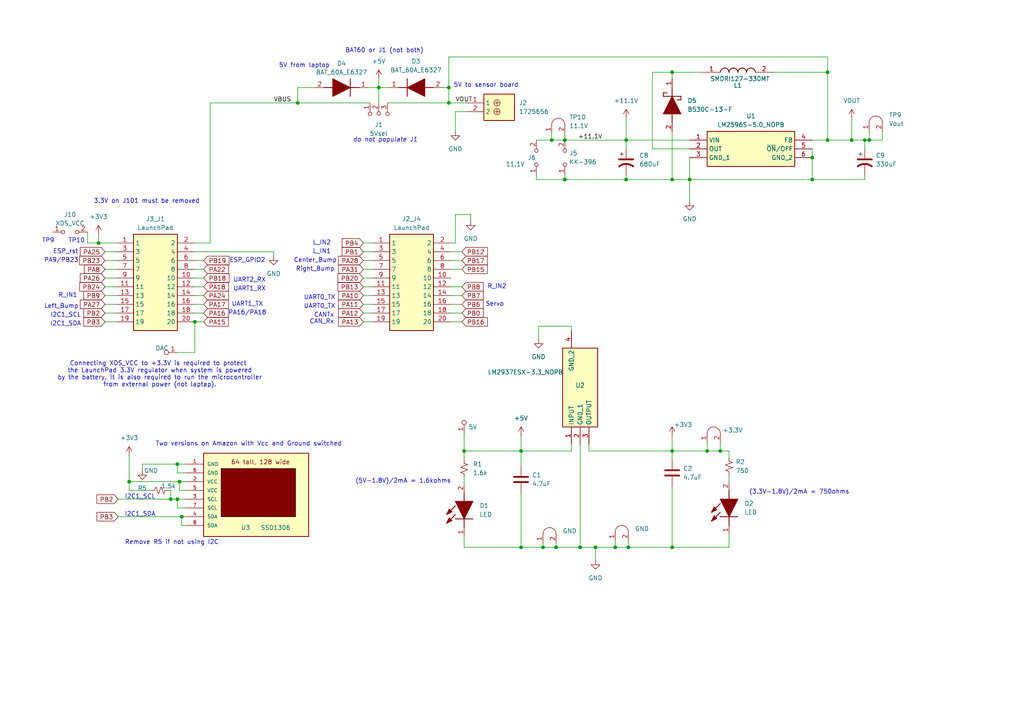
<source format=kicad_sch>
(kicad_sch (version 20250114) (generator "eeschema") (generator_version "9.0")
  (paper "A4")
  (title_block (title "ECE445M Motor Board") (date "2025-12-23") (rev "v7") (company "The University of Texas at Austin") (comment 1 "Jonathan Valvano"))
  (lib_symbols
    (symbol "ECE319K:Testpoint" (pin_names (offset 0) (hide yes))
      (property "Reference" "TP" (at 0 2.794 0))
      (property "Value" "TP" (at 0 -2.286 0))
      (symbol "Testpoint_0_1"
        (arc (start 0.0001 4.4451) (mid 1.3471 3.8871) (end 1.9051 2.5401))
        (arc (start -1.905 2.54) (mid -1.347 3.887) (end 0 4.445))
      )
      (symbol "Testpoint_1_1"
        (pin passive line (at -1.905 0 90) (length 2.54) (name "A") (number "1"))
        (pin passive line (at 1.905 0 90) (length 2.54) (name "B") (number "2"))
      )
    )
    (symbol "ECE445L:1725656"
      (property "Reference" "J" (at 16.51 7.62 0))
      (property "Value" "1725656" (at 16.51 5.08 0))
      (symbol "1725656_0_1"
        (polyline (pts (xy 8.255 0) (xy 9.525 0)))
        (polyline (pts (xy 8.255 -2.54) (xy 9.525 -2.54)))
        (polyline (pts (xy 8.89 0.635) (xy 8.89 -0.635)))
        (circle (center 8.89 0) (radius 0.898))
        (polyline (pts (xy 8.89 -1.905) (xy 8.89 -3.175)))
        (circle (center 8.89 -2.54) (radius 0.898))
      )
      (symbol "1725656_1_1"
        (rectangle (start 5.08 2.54) (end 13.97 -5.08) (stroke (width 0.254)) (fill (type background)))
        (pin passive line (at 0 0 0) (length 5.08) (name "1") (number "1"))
        (pin passive line (at 0 -2.54 0) (length 5.08) (name "2") (number "2"))
      )
    )
    (symbol "ECE445L:APTD1608LSECK_J3-PF" (pin_names (hide yes))
      (property "Reference" "LED" (at 12.7 8.89 0))
      (property "Value" "APTD1608LSECK_J3-PF" (at 12.7 6.35 0))
      (symbol "APTD1608LSECK_J3-PF_1_1"
        (polyline (pts (xy 2.54 0) (xy 5.08 0)) (stroke (width 0.254)))
        (polyline (pts (xy 5.08 2.54) (xy 5.08 -2.54)) (stroke (width 0.254)))
        (polyline (pts (xy 5.08 0) (xy 10.16 2.54) (xy 10.16 -2.54) (xy 5.08 0)) (stroke (width 0.254)) (fill (type outline)))
        (polyline (pts (xy 5.334 4.318) (xy 4.572 3.556) (xy 3.81 5.08) (xy 5.334 4.318)) (stroke (width 0.254)) (fill (type outline)))
        (polyline (pts (xy 6.35 2.54) (xy 3.81 5.08)) (stroke (width 0.254)))
        (polyline (pts (xy 7.874 4.318) (xy 7.112 3.556) (xy 6.35 5.08) (xy 7.874 4.318)) (stroke (width 0.254)) (fill (type outline)))
        (polyline (pts (xy 8.89 2.54) (xy 6.35 5.08)) (stroke (width 0.254)))
        (polyline (pts (xy 10.16 0) (xy 12.7 0)) (stroke (width 0.254)))
        (pin passive line (at 0 0 0) (length 2.54) (name "K") (number "1"))
        (pin passive line (at 15.24 0 180) (length 2.54) (name "A") (number "2"))
      )
    )
    (symbol "ECE445L:B530C-13-F" (pin_names (hide yes))
      (property "Reference" "D" (at 12.7 8.89 0))
      (property "Value" "B530C-13-F" (at 12.7 6.35 0))
      (symbol "B530C-13-F_1_1"
        (polyline (pts (xy 5.08 0) (xy 7.62 0)) (stroke (width 0.254)))
        (polyline (pts (xy 6.604 -1.524) (xy 6.604 -2.54)) (stroke (width 0.254)))
        (polyline (pts (xy 7.62 2.54) (xy 7.62 -2.54)) (stroke (width 0.254)))
        (polyline (pts (xy 7.62 2.54) (xy 8.636 2.54)) (stroke (width 0.254)))
        (polyline (pts (xy 7.62 0) (xy 12.7 2.54) (xy 12.7 -2.54) (xy 7.62 0)) (stroke (width 0.254)) (fill (type outline)))
        (polyline (pts (xy 7.62 -2.54) (xy 6.604 -2.54)) (stroke (width 0.254)))
        (polyline (pts (xy 8.636 1.524) (xy 8.636 2.54)) (stroke (width 0.254)))
        (polyline (pts (xy 12.7 0) (xy 15.24 0)) (stroke (width 0.254)))
        (pin passive line (at 2.54 0 0) (length 2.54) (name "K") (number "1"))
        (pin passive line (at 17.78 0 180) (length 2.54) (name "A") (number "2"))
      )
    )
    (symbol "ECE445L:BAT_60A_E6327" (pin_names (hide yes))
      (property "Reference" "D" (at 11.43 5.08 0))
      (property "Value" "BAT_60A_E6327" (at 11.43 2.54 0))
      (symbol "BAT_60A_E6327_1_1"
        (polyline (pts (xy 2.54 0) (xy 5.08 0)) (stroke (width 0.254)))
        (polyline (pts (xy 5.08 2.54) (xy 5.08 -2.54)) (stroke (width 0.254)))
        (polyline (pts (xy 5.08 0) (xy 10.16 2.54) (xy 10.16 -2.54) (xy 5.08 0)) (stroke (width 0.254)) (fill (type outline)))
        (polyline (pts (xy 10.16 0) (xy 12.7 0)) (stroke (width 0.254)))
        (pin bidirectional line (at 0 0 0) (length 2.54) (name "K") (number "1"))
        (pin bidirectional line (at 15.24 0 180) (length 2.54) (name "A") (number "2"))
      )
    )
    (symbol "ECE445L:C_0805" (pin_numbers (hide yes)) (pin_names (offset 0.254))
      (property "Reference" "C" (at 0.635 2.54 0))
      (property "Value" "C_0805" (at 0.635 -2.54 0))
      (symbol "C_0805_0_1"
        (polyline (pts (xy -2.032 0.762) (xy 2.032 0.762)) (stroke (width 0.508)))
        (polyline (pts (xy -2.032 -0.762) (xy 2.032 -0.762)) (stroke (width 0.508)))
      )
      (symbol "C_0805_1_1"
        (pin passive line (at 0 3.81 270) (length 2.794) (name "~") (number "1"))
        (pin passive line (at 0 -3.81 90) (length 2.794) (name "~") (number "2"))
      )
    )
    (symbol "ECE445L:C_Electrolytic_330uF" (pin_numbers (hide yes)) (pin_names (offset 0.254) (hide yes))
      (property "Reference" "C" (at 0.635 2.54 0))
      (property "Value" "330uF" (at 0.635 -2.54 0))
      (symbol "C_Electrolytic_330uF_0_1"
        (polyline (pts (xy -2.032 0.762) (xy 2.032 0.762)) (stroke (width 0.508)))
        (polyline (pts (xy -1.778 2.286) (xy -0.762 2.286)))
        (polyline (pts (xy -1.27 1.778) (xy -1.27 2.794)))
        (arc (start -2.032 -1.27) (mid 0 -0.5572) (end 2.032 -1.27) (stroke (width 0.508)))
      )
      (symbol "C_Electrolytic_330uF_1_1"
        (pin passive line (at 0 3.81 270) (length 2.794) (name "~") (number "1"))
        (pin passive line (at 0 -3.81 90) (length 3.302) (name "~") (number "2"))
      )
    )
    (symbol "ECE445L:C_Electrolytic_680uF" (pin_numbers (hide yes)) (pin_names (offset 0.254) (hide yes))
      (property "Reference" "C" (at 0.635 2.54 0))
      (property "Value" "680uF" (at 0.635 -2.54 0))
      (symbol "C_Electrolytic_680uF_0_1"
        (polyline (pts (xy -2.032 0.762) (xy 2.032 0.762)) (stroke (width 0.508)))
        (polyline (pts (xy -1.778 2.286) (xy -0.762 2.286)))
        (polyline (pts (xy -1.27 1.778) (xy -1.27 2.794)))
        (arc (start -2.032 -1.27) (mid 0 -0.5572) (end 2.032 -1.27) (stroke (width 0.508)))
      )
      (symbol "C_Electrolytic_680uF_1_1"
        (pin passive line (at 0 3.81 270) (length 2.794) (name "~") (number "1"))
        (pin passive line (at 0 -3.81 90) (length 3.302) (name "~") (number "2"))
      )
    )
    (symbol "ECE445L:Header_2" (pin_names (offset 0) (hide yes))
      (property "Reference" "J" (at 0 2.794 0))
      (property "Value" "Header2" (at 0 -2.286 0))
      (symbol "Header_2_0_0"
        (circle (center -2.032 0) (radius 0.508))
        (circle (center 2.032 0) (radius 0.508))
      )
      (symbol "Header_2_1_1"
        (pin passive line (at -5.08 0 0) (length 2.54) (name "A") (number "1"))
        (pin passive line (at 5.08 0 180) (length 2.54) (name "B") (number "2"))
      )
    )
    (symbol "ECE445L:Header_3" (pin_names (offset 0) (hide yes))
      (property "Reference" "J" (at 0 2.794 0))
      (property "Value" "Header3" (at 0.635 -4.445 0))
      (symbol "Header_3_0_0"
        (circle (center 1.905 2.54) (radius 0.508))
      )
      (symbol "Header_3_1_0"
        (circle (center 1.905 -2.54) (radius 0.508))
        (circle (center 2.032 0) (radius 0.508))
      )
      (symbol "Header_3_1_1"
        (pin passive line (at 5.08 2.54 180) (length 2.54) (name "A") (number "1"))
        (pin passive line (at 5.08 0 180) (length 2.54) (name "B") (number "2"))
        (pin passive line (at 5.08 -2.54 180) (length 2.54) (name "C") (number "3"))
      )
    )
    (symbol "ECE445L:KK_396_2pin_hori" (pin_names (offset 0) (hide yes))
      (property "Reference" "J" (at 0 2.794 0))
      (property "Value" "KK-396" (at 0 -2.286 0))
      (symbol "KK_396_2pin_hori_0_0"
        (circle (center -2.032 0) (radius 0.508))
        (circle (center 2.032 0) (radius 0.508))
      )
      (symbol "KK_396_2pin_hori_1_1"
        (pin passive line (at -5.08 0 0) (length 2.54) (name "A") (number "1"))
        (pin passive line (at 5.08 0 180) (length 2.54) (name "B") (number "2"))
      )
    )
    (symbol "ECE445L:LM2596S-5.0_NOPB"
      (property "Reference" "IC" (at 31.75 7.62 0))
      (property "Value" "LM2596S-5.0_NOPB" (at 31.75 5.08 0))
      (symbol "LM2596S-5.0_NOPB_1_1"
        (rectangle (start 5.08 2.54) (end 30.48 -7.62) (stroke (width 0.254)) (fill (type background)))
        (pin passive line (at 0 0 0) (length 5.08) (name "VIN") (number "1"))
        (pin passive line (at 0 -2.54 0) (length 5.08) (name "OUT") (number "2"))
        (pin passive line (at 0 -5.08 0) (length 5.08) (name "GND_1") (number "3"))
        (pin passive line (at 35.56 0 180) (length 5.08) (name "FB") (number "4"))
        (pin passive line (at 35.56 -2.54 180) (length 5.08) (name "~{ON}/OFF") (number "5"))
        (pin passive line (at 35.56 -5.08 180) (length 5.08) (name "GND_2") (number "6"))
      )
    )
    (symbol "ECE445L:LM2937IMP-3.3_NOPB"
      (property "Reference" "IC" (at 29.21 7.62 0))
      (property "Value" "LM2937IMP-3.3_NOPB" (at 29.21 5.08 0))
      (symbol "LM2937IMP-3.3_NOPB_1_1"
        (rectangle (start 5.08 2.54) (end 27.94 -7.62) (stroke (width 0.254)) (fill (type background)))
        (pin passive line (at 0 0 0) (length 5.08) (name "INPUT") (number "1"))
        (pin passive line (at 0 -2.54 0) (length 5.08) (name "GND_1") (number "2"))
        (pin passive line (at 0 -5.08 0) (length 5.08) (name "OUTPUT") (number "3"))
        (pin passive line (at 33.02 0 180) (length 5.08) (name "GND_2") (number "4"))
      )
    )
    (symbol "ECE445L:LaunchPad"
      (property "Reference" "J" (at 19.05 7.62 0))
      (property "Value" "LaunchPad" (at 19.05 5.08 0))
      (symbol "LaunchPad_1_1"
        (rectangle (start 5.08 2.54) (end 17.78 -25.4) (stroke (width 0.254)) (fill (type background)))
        (pin passive line (at 0 0 0) (length 5.08) (name "1") (number "1"))
        (pin passive line (at 0 -2.54 0) (length 5.08) (name "3") (number "3"))
        (pin passive line (at 0 -5.08 0) (length 5.08) (name "5") (number "5"))
        (pin passive line (at 0 -7.62 0) (length 5.08) (name "7") (number "7"))
        (pin passive line (at 0 -10.16 0) (length 5.08) (name "9") (number "9"))
        (pin passive line (at 0 -12.7 0) (length 5.08) (name "11") (number "11"))
        (pin passive line (at 0 -15.24 0) (length 5.08) (name "13") (number "13"))
        (pin passive line (at 0 -17.78 0) (length 5.08) (name "15") (number "15"))
        (pin passive line (at 0 -20.32 0) (length 5.08) (name "17") (number "17"))
        (pin passive line (at 0 -22.86 0) (length 5.08) (name "19") (number "19"))
        (pin passive line (at 22.86 0 180) (length 5.08) (name "2") (number "2"))
        (pin passive line (at 22.86 -2.54 180) (length 5.08) (name "4") (number "4"))
        (pin passive line (at 22.86 -5.08 180) (length 5.08) (name "6") (number "6"))
        (pin passive line (at 22.86 -7.62 180) (length 5.08) (name "8") (number "8"))
        (pin passive line (at 22.86 -10.16 180) (length 5.08) (name "10") (number "10"))
        (pin passive line (at 22.86 -12.7 180) (length 5.08) (name "12") (number "12"))
        (pin passive line (at 22.86 -15.24 180) (length 5.08) (name "14") (number "14"))
        (pin passive line (at 22.86 -17.78 180) (length 5.08) (name "16") (number "16"))
        (pin passive line (at 22.86 -20.32 180) (length 5.08) (name "18") (number "18"))
        (pin passive line (at 22.86 -22.86 180) (length 5.08) (name "20") (number "20"))
      )
    )
    (symbol "ECE445L:R_0603" (pin_numbers (hide yes)) (pin_names (offset 0.254) (hide yes))
      (property "Reference" "R" (at 0.762 0.508 0))
      (property "Value" "R_0603" (at 0.762 -1.016 0))
      (symbol "R_0603_1_1"
        (polyline (pts (xy 0 1.524) (xy 1.016 1.143) (xy 0 0.762) (xy -1.016 0.381) (xy 0 0)))
        (polyline (pts (xy 0 0) (xy 1.016 -0.381) (xy 0 -0.762) (xy -1.016 -1.143) (xy 0 -1.524)))
        (pin passive line (at 0 2.54 270) (length 1.016) (name "~") (number "1"))
        (pin passive line (at 0 -2.54 90) (length 1.016) (name "~") (number "2"))
      )
    )
    (symbol "ECE445L:SMDRI127-330MT" (pin_names (hide yes))
      (property "Reference" "L" (at 16.51 6.35 0))
      (property "Value" "SMDRI127-330MT" (at 16.51 3.81 0))
      (symbol "SMDRI127-330MT_1_1"
        (arc (start 5.08 0) (mid 6.35 1.219) (end 7.62 0) (stroke (width 0.254)))
        (arc (start 7.62 0) (mid 8.89 1.219) (end 10.16 0) (stroke (width 0.254)))
        (arc (start 10.16 0) (mid 11.43 1.219) (end 12.7 0) (stroke (width 0.254)))
        (arc (start 12.7 0) (mid 13.97 1.219) (end 15.24 0) (stroke (width 0.254)))
        (pin passive line (at 0 0 0) (length 5.08) (name "1") (number "1"))
        (pin passive line (at 20.32 0 180) (length 5.08) (name "2") (number "2"))
      )
    )
    (symbol "ECE445L:Testpoint" (pin_names (offset 0) (hide yes))
      (property "Reference" "TP" (at 0 2.794 0))
      (property "Value" "TP" (at 0 -2.286 0))
      (symbol "Testpoint_0_1"
        (arc (start 0.0001 4.4451) (mid 1.3471 3.8871) (end 1.9051 2.5401))
        (arc (start -1.905 2.54) (mid -1.347 3.887) (end 0 4.445))
      )
      (symbol "Testpoint_1_1"
        (pin passive line (at -1.905 0 90) (length 2.54) (name "A") (number "1"))
        (pin passive line (at 1.905 0 90) (length 2.54) (name "B") (number "2"))
      )
    )
    (symbol "ECE445L:Testpoint_1" (pin_names (offset 0) (hide yes))
      (property "Reference" "TP" (at 0 2.794 0))
      (property "Value" "TP" (at 0 -2.286 0))
      (symbol "Testpoint_1_0_1"
        (circle (center -1.905 3.175) (radius 0.635))
      )
      (symbol "Testpoint_1_1_1"
        (pin passive line (at -1.905 0 90) (length 2.54) (name "A") (number "1"))
      )
    )
    (symbol "RSLK2:SSD1306" (pin_names (offset 1.016))
      (property "Reference" "U?" (at -15.24 16.002 0))
      (property "Value" "SSD1306" (at -9.525 -6.985 0))
      (symbol "SSD1306_0_0"
        (rectangle (start -15.24 15.24) (end 15.24 -8.89) (stroke (width 0.254)) (fill (type background)))
      )
      (symbol "SSD1306_1_0"
        (pin power_in line (at -20.32 12.065 0) (length 5.08) (name "GND") (number "1"))
        (pin power_in line (at -20.32 9.525 0) (length 5.08) (name "GND") (number "6"))
        (pin power_in line (at -20.32 6.985 0) (length 5.08) (name "VCC") (number "2"))
        (pin power_in line (at -20.32 4.445 0) (length 5.08) (name "VCC") (number "5"))
        (pin input line (at -20.32 1.905 0) (length 5.08) (name "SCL") (number "3"))
        (pin input line (at -20.32 -0.635 0) (length 5.08) (name "SCL") (number "7"))
        (pin input line (at -20.32 -3.175 0) (length 5.08) (name "SDA") (number "4"))
        (pin input line (at -20.32 -5.715 0) (length 5.08) (name "SDA") (number "8"))
      )
      (symbol "SSD1306_1_1"
        (rectangle (start -10.16 10.795) (end 11.43 -3.175) (stroke (width 0) (color 0 0 0 1)) (fill (type color) (color 132 0 0 1)))
        (text "64 tall, 128 wide" (at 1.27 12.7 0) (effects (font (size 1.27 1.27))))
      )
    )
    (symbol "power:+3V3" (power) (pin_numbers (hide yes)) (pin_names (offset 0) (hide yes))
      (property "Value" "+3V3" (at 0 3.556 0))
      (symbol "+3V3_0_1"
        (polyline (pts (xy -0.762 1.27) (xy 0 2.54)))
        (polyline (pts (xy 0 2.54) (xy 0.762 1.27)))
        (polyline (pts (xy 0 0) (xy 0 2.54)))
      )
      (symbol "+3V3_1_1"
        (pin power_in line (at 0 0 90) (length 0) (name "~") (number "1"))
      )
    )
    (symbol "power:+5V" (power) (pin_numbers (hide yes)) (pin_names (offset 0) (hide yes))
      (property "Value" "+5V" (at 0 3.556 0))
      (symbol "+5V_0_1"
        (polyline (pts (xy -0.762 1.27) (xy 0 2.54)))
        (polyline (pts (xy 0 2.54) (xy 0.762 1.27)))
        (polyline (pts (xy 0 0) (xy 0 2.54)))
      )
      (symbol "+5V_1_1"
        (pin power_in line (at 0 0 90) (length 0) (name "~") (number "1"))
      )
    )
    (symbol "power:GND" (power) (pin_numbers (hide yes)) (pin_names (offset 0) (hide yes))
      (property "Value" "GND" (at 0 -3.81 0))
      (symbol "GND_0_1"
        (polyline (pts (xy 0 0) (xy 0 -1.27) (xy 1.27 -1.27) (xy 0 -2.54) (xy -1.27 -1.27) (xy 0 -1.27)))
      )
      (symbol "GND_1_1"
        (pin power_in line (at 0 0 270) (length 0) (name "~") (number "1"))
      )
    )
  )
  (text "TP10" (at 22.225 69.85 0) (effects (font (size 1.27 1.27))))
  (text "UART0_TX" (at 92.71 86.36 0) (effects (font (size 1.27 1.27))))
  (text "UART1_RX" (at 72.39 83.82 0) (effects (font (size 1.27 1.27))))
  (text "(5V-1.8V)/2mA = 1.6kohms" (at 130.81 140.335 0) (effects (font (size 1.27 1.27)) (justify right bottom)))
  (text "(3.3V-1.8V)/2mA = 750ohms" (at 246.38 143.51 0) (effects (font (size 1.27 1.27)) (justify right bottom)))
  (text "Left_Bump" (at 17.78 88.9 0) (effects (font (size 1.27 1.27))))
  (text "5V from laptop" (at 88.265 19.05 0) (effects (font (size 1.27 1.27))))
  (text "ESP_GPIO2" (at 71.755 75.565 0) (effects (font (size 1.27 1.27))))
  (text "UART2_RX" (at 72.39 81.28 0) (effects (font (size 1.27 1.27))))
  (text "CANTx" (at 93.98 91.44 0) (effects (font (size 1.27 1.27))))
  (text "UART1_TX" (at 71.755 88.265 0) (effects (font (size 1.27 1.27))))
  (text "Right_Bump" (at 91.44 78.105 0) (effects (font (size 1.27 1.27))))
  (text "3.3V on J101 must be removed" (at 42.545 58.42 0) (effects (font (size 1.27 1.27) (thickness 0.1588))))
  (text "L_IN1" (at 93.345 73.025 0) (effects (font (size 1.27 1.27))))
  (text "Servo" (at 143.51 88.265 0) (effects (font (size 1.27 1.27))))
  (text "Center_Bump" (at 91.44 75.565 0) (effects (font (size 1.27 1.27))))
  (text "I2C1_SDA" (at 40.64 149.225 0) (effects (font (size 1.27 1.27))))
  (text "PA16/PA18" (at 71.755 90.805 0) (effects (font (size 1.27 1.27))))
  (text "BAT60 or J1 (not both)" (at 111.506 14.732 0) (effects (font (size 1.27 1.27))))
  (text "Remove R5 if not using I2C" (at 36.195 158.115 0) (effects (font (size 1.27 1.27)) (justify left bottom)))
  (text "TP9" (at 13.97 69.85 0) (effects (font (size 1.27 1.27))))
  (text "do not populate J1" (at 111.76 40.64 0) (effects (font (size 1.27 1.27) (italic yes))))
  (text "UART0_TX" (at 92.71 88.9 0) (effects (font (size 1.27 1.27))))
  (text "R_IN2" (at 144.145 83.185 0) (effects (font (size 1.27 1.27))))
  (text "PA9/PB23" (at 17.78 75.565 0) (effects (font (size 1.27 1.27))))
  (text "I2C1_SDA" (at 19.05 93.98 0) (effects (font (size 1.27 1.27))))
  (text "I2C1_SCL" (at 40.64 144.145 0) (effects (font (size 1.27 1.27))))
  (text "5V to sensor board" (at 140.97 24.765 0) (effects (font (size 1.27 1.27))))
  (text "R_IN1" (at 19.685 85.725 0) (effects (font (size 1.27 1.27))))
  (text "CAN_Rx" (at 93.345 93.345 0) (effects (font (size 1.27 1.27))))
  (text "ESP_rst" (at 19.05 73.025 0) (effects (font (size 1.27 1.27))))
  (text "Two versions on Amazon with Vcc and Ground switched" (at 45.085 129.54 0) (effects (font (size 1.27 1.27)) (justify left bottom)))
  (text "I2C1_SCL" (at 19.05 91.44 0) (effects (font (size 1.27 1.27))))
  (text "Connecting XDS_VCC to +3.3V is required to protect \nthe LaunchPad 3.3V regulator when system is powered\nby the battery. It is also required to run the microcontroller\nfrom external power (not laptap)." (at 46.355 108.585 0) (effects (font (size 1.27 1.27))))
  (text "L_IN2" (at 93.345 70.485 0) (effects (font (size 1.27 1.27))))
  (junction (at 56.515 93.345))
  (junction (at 194.945 130.81))
  (junction (at 235.585 45.72))
  (junction (at 86.36 29.845))
  (junction (at 28.575 70.485))
  (junction (at 208.915 130.81))
  (junction (at 247.015 40.64))
  (junction (at 130.175 25.4))
  (junction (at 163.83 52.07))
  (junction (at 151.13 130.81))
  (junction (at 163.83 40.64))
  (junction (at 194.945 52.07))
  (junction (at 51.435 144.78))
  (junction (at 194.945 20.955))
  (junction (at 109.855 25.4))
  (junction (at 52.07 139.7))
  (junction (at 250.825 40.64))
  (junction (at 37.465 139.7))
  (junction (at 252.095 40.64))
  (junction (at 160.02 40.64))
  (junction (at 130.175 29.845))
  (junction (at 134.62 130.81))
  (junction (at 168.275 158.75))
  (junction (at 49.53 144.78))
  (junction (at 161.29 158.75))
  (junction (at 181.61 40.64))
  (junction (at 182.245 158.75))
  (junction (at 172.72 158.75))
  (junction (at 151.13 158.75))
  (junction (at 52.705 149.86))
  (junction (at 240.03 40.64))
  (junction (at 178.435 158.75))
  (junction (at 235.585 52.07))
  (junction (at 240.03 20.955))
  (junction (at 194.945 158.75))
  (junction (at 51.435 134.62))
  (junction (at 200.025 52.07))
  (junction (at 181.61 52.07))
  (junction (at 157.48 158.75))
  (junction (at 205.105 130.81))
  (wire (pts (xy 49.53 144.78) (xy 49.53 142.24)))
  (wire (pts (xy 172.72 158.75) (xy 172.72 162.56)))
  (wire (pts (xy 165.735 130.81) (xy 165.735 128.905)))
  (wire (pts (xy 105.41 85.725) (xy 107.95 85.725)))
  (wire (pts (xy 151.13 126.365) (xy 151.13 130.81)))
  (wire (pts (xy 211.455 154.94) (xy 211.455 158.75)))
  (wire (pts (xy 178.435 158.75) (xy 182.245 158.75)))
  (wire (pts (xy 130.81 90.805) (xy 133.985 90.805)))
  (wire (pts (xy 130.175 29.845) (xy 135.255 29.845)))
  (wire (pts (xy 109.855 22.86) (xy 109.855 25.4)))
  (wire (pts (xy 160.02 40.64) (xy 163.83 40.64)))
  (wire (pts (xy 86.36 25.4) (xy 91.44 25.4)))
  (wire (pts (xy 156.21 94.615) (xy 156.21 98.425)))
  (wire (pts (xy 52.705 149.86) (xy 53.975 149.86)))
  (wire (pts (xy 240.03 20.955) (xy 240.03 16.51)))
  (wire (pts (xy 56.515 75.565) (xy 59.055 75.565)))
  (wire (pts (xy 51.435 102.235) (xy 56.515 102.235)))
  (wire (pts (xy 56.515 85.725) (xy 59.055 85.725)))
  (wire (pts (xy 105.41 75.565) (xy 107.95 75.565)))
  (wire (pts (xy 56.515 83.185) (xy 59.055 83.185)))
  (wire (pts (xy 105.41 78.105) (xy 107.95 78.105)))
  (wire (pts (xy 250.825 40.64) (xy 252.095 40.64)))
  (wire (pts (xy 105.41 80.645) (xy 107.95 80.645)))
  (wire (pts (xy 172.72 158.75) (xy 178.435 158.75)))
  (wire (pts (xy 134.62 130.81) (xy 151.13 130.81)))
  (wire (pts (xy 109.855 25.4) (xy 113.03 25.4)))
  (wire (pts (xy 151.13 130.81) (xy 165.735 130.81)))
  (wire (pts (xy 181.61 40.64) (xy 181.61 43.18)))
  (wire (pts (xy 130.175 25.4) (xy 130.175 29.845)))
  (wire (pts (xy 49.53 144.78) (xy 51.435 144.78)))
  (wire (pts (xy 37.465 142.24) (xy 37.465 139.7)))
  (wire (pts (xy 194.945 130.81) (xy 194.945 133.35)))
  (wire (pts (xy 168.275 128.905) (xy 168.275 158.75)))
  (wire (pts (xy 194.945 126.365) (xy 194.945 130.81)))
  (wire (pts (xy 43.815 142.24) (xy 37.465 142.24)))
  (wire (pts (xy 151.13 158.75) (xy 157.48 158.75)))
  (wire (pts (xy 128.27 25.4) (xy 130.175 25.4)))
  (wire (pts (xy 130.81 93.345) (xy 133.985 93.345)))
  (wire (pts (xy 134.62 130.81) (xy 134.62 133.35)))
  (wire (pts (xy 235.585 43.18) (xy 235.585 45.72)))
  (wire (pts (xy 60.96 70.485) (xy 56.515 70.485)))
  (wire (pts (xy 189.23 43.18) (xy 189.23 20.955)))
  (wire (pts (xy 28.575 70.485) (xy 28.575 67.945)))
  (wire (pts (xy 41.275 134.62) (xy 41.275 136.525)))
  (wire (pts (xy 250.825 50.8) (xy 250.825 52.07)))
  (wire (pts (xy 130.81 85.725) (xy 133.985 85.725)))
  (wire (pts (xy 105.41 90.805) (xy 107.95 90.805)))
  (wire (pts (xy 240.03 40.64) (xy 247.015 40.64)))
  (wire (pts (xy 130.175 16.51) (xy 130.175 25.4)))
  (wire (pts (xy 240.03 40.64) (xy 235.585 40.64)))
  (wire (pts (xy 53.975 152.4) (xy 52.705 152.4)))
  (wire (pts (xy 30.48 78.105) (xy 33.655 78.105)))
  (wire (pts (xy 155.575 52.07) (xy 155.575 50.8)))
  (wire (pts (xy 105.41 70.485) (xy 107.95 70.485)))
  (wire (pts (xy 163.83 38.735) (xy 163.83 40.64)))
  (wire (pts (xy 160.02 38.735) (xy 160.02 40.64)))
  (wire (pts (xy 132.08 38.1) (xy 132.08 32.385)))
  (wire (pts (xy 105.41 88.265) (xy 107.95 88.265)))
  (wire (pts (xy 165.735 94.615) (xy 156.21 94.615)))
  (wire (pts (xy 52.07 139.7) (xy 53.975 139.7)))
  (wire (pts (xy 53.975 137.16) (xy 51.435 137.16)))
  (wire (pts (xy 240.03 20.955) (xy 240.03 40.64)))
  (wire (pts (xy 30.48 88.265) (xy 33.655 88.265)))
  (wire (pts (xy 25.4 67.31) (xy 25.4 70.485)))
  (wire (pts (xy 60.96 29.845) (xy 86.36 29.845)))
  (wire (pts (xy 194.945 52.07) (xy 200.025 52.07)))
  (wire (pts (xy 163.83 52.07) (xy 163.83 50.8)))
  (wire (pts (xy 52.705 152.4) (xy 52.705 149.86)))
  (wire (pts (xy 208.915 130.81) (xy 211.455 130.81)))
  (wire (pts (xy 34.29 144.78) (xy 49.53 144.78)))
  (wire (pts (xy 86.36 29.845) (xy 107.315 29.845)))
  (wire (pts (xy 30.48 83.185) (xy 33.655 83.185)))
  (wire (pts (xy 79.375 73.025) (xy 79.375 74.295)))
  (wire (pts (xy 194.945 130.81) (xy 205.105 130.81)))
  (wire (pts (xy 161.29 158.75) (xy 168.275 158.75)))
  (wire (pts (xy 132.08 62.23) (xy 136.525 62.23)))
  (wire (pts (xy 200.025 52.07) (xy 200.025 58.42)))
  (wire (pts (xy 224.155 20.955) (xy 240.03 20.955)))
  (wire (pts (xy 205.105 128.27) (xy 205.105 130.81)))
  (wire (pts (xy 86.36 25.4) (xy 86.36 29.845)))
  (wire (pts (xy 33.655 70.485) (xy 28.575 70.485)))
  (wire (pts (xy 130.81 70.485) (xy 132.08 70.485)))
  (wire (pts (xy 30.48 73.025) (xy 33.655 73.025)))
  (wire (pts (xy 247.015 40.64) (xy 250.825 40.64)))
  (wire (pts (xy 250.825 40.64) (xy 250.825 43.18)))
  (wire (pts (xy 53.975 142.24) (xy 52.07 142.24)))
  (wire (pts (xy 194.945 20.955) (xy 203.835 20.955)))
  (wire (pts (xy 194.945 140.97) (xy 194.945 158.75)))
  (wire (pts (xy 151.13 130.81) (xy 151.13 135.255)))
  (wire (pts (xy 25.4 70.485) (xy 28.575 70.485)))
  (wire (pts (xy 30.48 75.565) (xy 33.655 75.565)))
  (wire (pts (xy 211.455 130.81) (xy 211.455 132.715)))
  (wire (pts (xy 105.41 93.345) (xy 107.95 93.345)))
  (wire (pts (xy 151.13 142.875) (xy 151.13 158.75)))
  (wire (pts (xy 181.61 52.07) (xy 163.83 52.07)))
  (wire (pts (xy 132.08 70.485) (xy 132.08 62.23)))
  (wire (pts (xy 105.41 83.185) (xy 107.95 83.185)))
  (wire (pts (xy 181.61 50.8) (xy 181.61 52.07)))
  (wire (pts (xy 51.435 144.78) (xy 53.975 144.78)))
  (wire (pts (xy 109.855 25.4) (xy 109.855 29.845)))
  (wire (pts (xy 182.245 158.75) (xy 194.945 158.75)))
  (wire (pts (xy 112.395 29.845) (xy 130.175 29.845)))
  (wire (pts (xy 194.945 38.1) (xy 194.945 52.07)))
  (wire (pts (xy 37.465 139.7) (xy 52.07 139.7)))
  (wire (pts (xy 161.29 157.48) (xy 161.29 158.75)))
  (wire (pts (xy 51.435 134.62) (xy 53.975 134.62)))
  (wire (pts (xy 255.905 40.64) (xy 252.095 40.64)))
  (wire (pts (xy 105.41 73.025) (xy 107.95 73.025)))
  (wire (pts (xy 157.48 157.48) (xy 157.48 158.75)))
  (wire (pts (xy 194.945 20.955) (xy 194.945 22.86)))
  (wire (pts (xy 157.48 158.75) (xy 161.29 158.75)))
  (wire (pts (xy 208.915 128.27) (xy 208.915 130.81)))
  (wire (pts (xy 155.575 52.07) (xy 163.83 52.07)))
  (wire (pts (xy 200.025 45.72) (xy 200.025 52.07)))
  (wire (pts (xy 235.585 45.72) (xy 235.585 52.07)))
  (wire (pts (xy 136.525 62.23) (xy 136.525 64.135)))
  (wire (pts (xy 165.735 95.885) (xy 165.735 94.615)))
  (wire (pts (xy 52.07 142.24) (xy 52.07 139.7)))
  (wire (pts (xy 51.435 137.16) (xy 51.435 134.62)))
  (wire (pts (xy 130.81 73.025) (xy 133.985 73.025)))
  (wire (pts (xy 56.515 73.025) (xy 79.375 73.025)))
  (wire (pts (xy 130.81 75.565) (xy 133.985 75.565)))
  (wire (pts (xy 134.62 155.575) (xy 134.62 158.75)))
  (wire (pts (xy 56.515 93.345) (xy 59.055 93.345)))
  (wire (pts (xy 53.975 147.32) (xy 51.435 147.32)))
  (wire (pts (xy 252.095 40.64) (xy 252.095 38.1)))
  (wire (pts (xy 235.585 52.07) (xy 200.025 52.07)))
  (wire (pts (xy 56.515 93.345) (xy 56.515 102.235)))
  (wire (pts (xy 56.515 80.645) (xy 59.055 80.645)))
  (wire (pts (xy 211.455 137.795) (xy 211.455 139.7)))
  (wire (pts (xy 56.515 90.805) (xy 59.055 90.805)))
  (wire (pts (xy 200.025 43.18) (xy 189.23 43.18)))
  (wire (pts (xy 134.62 125.73) (xy 134.62 130.81)))
  (wire (pts (xy 130.81 78.105) (xy 133.985 78.105)))
  (wire (pts (xy 60.96 29.845) (xy 60.96 70.485)))
  (wire (pts (xy 168.275 158.75) (xy 172.72 158.75)))
  (wire (pts (xy 41.275 134.62) (xy 51.435 134.62)))
  (wire (pts (xy 194.945 52.07) (xy 181.61 52.07)))
  (wire (pts (xy 189.23 20.955) (xy 194.945 20.955)))
  (wire (pts (xy 30.48 93.345) (xy 33.655 93.345)))
  (wire (pts (xy 255.905 38.1) (xy 255.905 40.64)))
  (wire (pts (xy 211.455 158.75) (xy 194.945 158.75)))
  (wire (pts (xy 240.03 16.51) (xy 130.175 16.51)))
  (wire (pts (xy 134.62 158.75) (xy 151.13 158.75)))
  (wire (pts (xy 134.62 138.43) (xy 134.62 140.335)))
  (wire (pts (xy 250.825 52.07) (xy 235.585 52.07)))
  (wire (pts (xy 163.83 40.64) (xy 181.61 40.64)))
  (wire (pts (xy 106.68 25.4) (xy 109.855 25.4)))
  (wire (pts (xy 205.105 130.81) (xy 208.915 130.81)))
  (wire (pts (xy 30.48 90.805) (xy 33.655 90.805)))
  (wire (pts (xy 178.435 156.845) (xy 178.435 158.75)))
  (wire (pts (xy 34.29 149.86) (xy 52.705 149.86)))
  (wire (pts (xy 181.61 34.29) (xy 181.61 40.64)))
  (wire (pts (xy 170.815 130.81) (xy 194.945 130.81)))
  (wire (pts (xy 155.575 40.64) (xy 160.02 40.64)))
  (wire (pts (xy 182.245 156.845) (xy 182.245 158.75)))
  (wire (pts (xy 181.61 40.64) (xy 200.025 40.64)))
  (wire (pts (xy 49.53 142.24) (xy 48.895 142.24)))
  (wire (pts (xy 130.81 88.265) (xy 133.985 88.265)))
  (wire (pts (xy 170.815 128.905) (xy 170.815 130.81)))
  (wire (pts (xy 30.48 80.645) (xy 33.655 80.645)))
  (wire (pts (xy 51.435 147.32) (xy 51.435 144.78)))
  (wire (pts (xy 30.48 85.725) (xy 33.655 85.725)))
  (wire (pts (xy 37.465 132.08) (xy 37.465 139.7)))
  (wire (pts (xy 130.81 83.185) (xy 133.985 83.185)))
  (wire (pts (xy 132.08 32.385) (xy 135.255 32.385)))
  (wire (pts (xy 56.515 78.105) (xy 59.055 78.105)))
  (wire (pts (xy 247.015 34.29) (xy 247.015 40.64)))
  (wire (pts (xy 56.515 88.265) (xy 59.055 88.265)))
  (label "VBUS" (at 79.375 29.845 0))
  (label "VOUT" (at 132.08 29.845 0))
  (label "+11.1V" (at 167.64 40.64 0))
  (global_label "PA13" (shape input) (at 105.41 93.345 180) (property "Intersheetrefs" "${INTERSHEET_REFS}" (effects (hide yes))))
  (global_label "PB4" (shape input) (at 105.41 70.485 180) (property "Intersheetrefs" "${INTERSHEET_REFS}" (effects (hide yes))))
  (global_label "PB16" (shape input) (at 133.985 93.345 0) (property "Intersheetrefs" "${INTERSHEET_REFS}" (effects (hide yes))))
  (global_label "PA22" (shape input) (at 59.055 78.105 0) (property "Intersheetrefs" "${INTERSHEET_REFS}" (effects (hide yes))))
  (global_label "PB0" (shape input) (at 133.985 90.805 0) (property "Intersheetrefs" "${INTERSHEET_REFS}" (effects (hide yes))))
  (global_label "PA15" (shape input) (at 59.055 93.345 0) (property "Intersheetrefs" "${INTERSHEET_REFS}" (effects (hide yes))))
  (global_label "PB24" (shape input) (at 30.48 83.185 180) (property "Intersheetrefs" "${INTERSHEET_REFS}" (effects (hide yes))))
  (global_label "PB2" (shape input) (at 30.48 90.805 180) (property "Intersheetrefs" "${INTERSHEET_REFS}" (effects (hide yes))))
  (global_label "PB18" (shape input) (at 59.055 80.645 0) (property "Intersheetrefs" "${INTERSHEET_REFS}" (effects (hide yes))))
  (global_label "PB6" (shape input) (at 133.985 88.265 0) (property "Intersheetrefs" "${INTERSHEET_REFS}" (effects (hide yes))))
  (global_label "PA11" (shape input) (at 105.41 88.265 180) (property "Intersheetrefs" "${INTERSHEET_REFS}" (effects (hide yes))))
  (global_label "PB3" (shape input) (at 34.29 149.86 180) (property "Intersheetrefs" "${INTERSHEET_REFS}" (effects (hide yes))))
  (global_label "PB20" (shape input) (at 105.41 80.645 180) (property "Intersheetrefs" "${INTERSHEET_REFS}" (effects (hide yes))))
  (global_label "PA17" (shape input) (at 59.055 88.265 0) (property "Intersheetrefs" "${INTERSHEET_REFS}" (effects (hide yes))))
  (global_label "PB8" (shape input) (at 133.985 83.185 0) (property "Intersheetrefs" "${INTERSHEET_REFS}" (effects (hide yes))))
  (global_label "PB19" (shape input) (at 59.055 75.565 0) (property "Intersheetrefs" "${INTERSHEET_REFS}" (effects (hide yes))))
  (global_label "PB7" (shape input) (at 133.985 85.725 0) (property "Intersheetrefs" "${INTERSHEET_REFS}" (effects (hide yes))))
  (global_label "PA31" (shape input) (at 105.41 78.105 180) (property "Intersheetrefs" "${INTERSHEET_REFS}" (effects (hide yes))))
  (global_label "PB17" (shape input) (at 133.985 75.565 0) (property "Intersheetrefs" "${INTERSHEET_REFS}" (effects (hide yes))))
  (global_label "PA24" (shape input) (at 59.055 85.725 0) (property "Intersheetrefs" "${INTERSHEET_REFS}" (effects (hide yes))))
  (global_label "PB13" (shape input) (at 105.41 83.185 180) (property "Intersheetrefs" "${INTERSHEET_REFS}" (effects (hide yes))))
  (global_label "PA18" (shape input) (at 59.055 83.185 0) (property "Intersheetrefs" "${INTERSHEET_REFS}" (effects (hide yes))))
  (global_label "PB15" (shape input) (at 133.985 78.105 0) (property "Intersheetrefs" "${INTERSHEET_REFS}" (effects (hide yes))))
  (global_label "PB1" (shape input) (at 105.41 73.025 180) (property "Intersheetrefs" "${INTERSHEET_REFS}" (effects (hide yes))))
  (global_label "PB2" (shape input) (at 34.29 144.78 180) (property "Intersheetrefs" "${INTERSHEET_REFS}" (effects (hide yes))))
  (global_label "PB12" (shape input) (at 133.985 73.025 0) (property "Intersheetrefs" "${INTERSHEET_REFS}" (effects (hide yes))))
  (global_label "PB23" (shape input) (at 30.48 75.565 180) (property "Intersheetrefs" "${INTERSHEET_REFS}" (effects (hide yes))))
  (global_label "PA27" (shape input) (at 30.48 88.265 180) (property "Intersheetrefs" "${INTERSHEET_REFS}" (effects (hide yes))))
  (global_label "PA28" (shape input) (at 105.41 75.565 180) (property "Intersheetrefs" "${INTERSHEET_REFS}" (effects (hide yes))))
  (global_label "PA16" (shape input) (at 59.055 90.805 0) (property "Intersheetrefs" "${INTERSHEET_REFS}" (effects (hide yes))))
  (global_label "PB3" (shape input) (at 30.48 93.345 180) (property "Intersheetrefs" "${INTERSHEET_REFS}" (effects (hide yes))))
  (global_label "PA8" (shape input) (at 30.48 78.105 180) (property "Intersheetrefs" "${INTERSHEET_REFS}" (effects (hide yes))))
  (global_label "PA25" (shape input) (at 30.48 73.025 180) (property "Intersheetrefs" "${INTERSHEET_REFS}" (effects (hide yes))))
  (global_label "PB9" (shape input) (at 30.48 85.725 180) (property "Intersheetrefs" "${INTERSHEET_REFS}" (effects (hide yes))))
  (global_label "PA10" (shape input) (at 105.41 85.725 180) (property "Intersheetrefs" "${INTERSHEET_REFS}" (effects (hide yes))))
  (global_label "PA26" (shape input) (at 30.48 80.645 180) (property "Intersheetrefs" "${INTERSHEET_REFS}" (effects (hide yes))))
  (global_label "PA12" (shape input) (at 105.41 90.805 180) (property "Intersheetrefs" "${INTERSHEET_REFS}" (effects (hide yes))))
  (symbol (lib_id "ECE445L:Testpoint_1") (at 136.525 125.73 0) (unit 1)
    (property "Reference" "TP2" (effects (hide yes)))
    (property "Value" "5V" (at 135.89 123.8249 0) (effects (justify left)))
    (property "Footprint" "ECE445L:Testpoint_1x1" (effects (hide yes)))
    (property "Datasheet" "https://www.mouser.com/datasheet/3/201/1/5000-5004.PDF" (effects (hide yes)))
    (property "Description" "Keystone Testpoint" (effects (hide yes)))
    (property "Digikey" "36-5000-ND, 36-5001-ND, 36-5002-ND , 36-5003-ND 36-5004-ND 36-5116-ND 36-5117-ND " (effects (hide yes)))
    (property "Mouser" "534-5000, 534-5001, 534-5002 , 534-5003 534-5004 534-5116 534-5117" (effects (hide yes)))
  )
  (symbol (lib_id "ECE445L:Testpoint") (at 254 38.1 0) (unit 1)
    (property "Reference" "TP9" (at 257.81 33.3373 0) (effects (justify left)))
    (property "Value" "Vout" (at 257.81 35.8773 0) (effects (justify left)))
    (property "Footprint" "ECE445L:Testpoint_1x02_P2.54mm" (effects (hide yes)))
    (property "Description" "Testpoint" (effects (hide yes)))
  )
  (symbol (lib_id "ECE445L:BAT_60A_E6327") (at 106.68 25.4 180) (unit 1)
    (property "Reference" "D4" (at 99.06 18.415 0))
    (property "Value" "BAT_60A_E6327" (at 99.06 20.955 0))
    (property "Footprint" "ECE445L:SOD2513X110N" (effects (hide yes)))
    (property "Description" "INFINEON - BAT 60A E6327 - RECTIFIER, SCHOTTKY, 3A, 10V, SOD-323" (effects (hide yes)))
    (property "Height" "1.1" (effects (hide yes)))
    (property "Mouser Part Number" "726-BAT60AE6327" (effects (hide yes)))
    (property "Mouser Price/Stock" "https://www.mouser.co.uk/ProductDetail/Infineon-Technologies/BAT-60A-E6327?qs=QdTgSBuqQUO0UTmzztPfRw%3D%3D" (effects (hide yes)))
    (property "Manufacturer_Name" "Infineon" (effects (hide yes)))
    (property "Manufacturer_Part_Number" "BAT 60A E6327" (effects (hide yes)))
  )
  (symbol (lib_id "ECE445L:Header_2") (at 20.32 67.31 0) (unit 1)
    (property "Reference" "J10" (at 20.32 62.23 0))
    (property "Value" "XDS_VCC" (at 20.32 64.77 0))
    (property "Footprint" "ECE445L:PinHeader_1x02_P2.54mm_Vertical" (effects (hide yes)))
    (property "Description" "Header, 2-pole" (effects (hide yes)))
  )
  (symbol (lib_id "ECE445L:R_0603") (at 134.62 135.89 0) (unit 1)
    (property "Reference" "R1" (at 137.16 134.6199 0) (effects (justify left)))
    (property "Value" "1.6k" (at 137.16 137.1599 0) (effects (justify left)))
    (property "Footprint" "ECE445L:R_0603_1608Metric" (effects (hide yes)))
    (property "Datasheet" "https://users.ece.utexas.edu/~valvano/mspm0/CarbonFilmresistors.pdf" (effects (hide yes)))
    (property "Description" "Resistor, SM" (effects (hide yes)))
    (property "LCSC" "C340542" (effects (hide yes)))
  )
  (symbol (lib_id "ECE445L:LM2596S-5.0_NOPB") (at 200.025 40.64 0) (unit 1)
    (property "Reference" "U1" (at 217.805 33.655 0))
    (property "Value" "LM2596S-5.0_NOPB" (at 217.805 36.195 0))
    (property "Footprint" "ECE445L:KTT0005B" (effects (hide yes)))
    (property "Datasheet" "https://www.ti.com/lit/gpn/LM2596" (effects (hide yes)))
    (property "Description" "Switching Voltage Regulators 150 KHZ 3A STEP-DOWN VLTG REG" (effects (hide yes)))
    (property "Mouser Part Number" "926-LM2596S-5.0/NOPB" (effects (hide yes)))
    (property "Mouser Price/Stock" "https://www.mouser.co.uk/ProductDetail/Texas-Instruments/LM2596S-5.0-NOPB?qs=X1J7HmVL2ZHVjCOmW%252BYINA%3D%3D" (effects (hide yes)))
    (property "Manufacturer_Name" "Texas Instruments" (effects (hide yes)))
    (property "Manufacturer_Part_Number" "LM2596S-5.0/NOPB" (effects (hide yes)))
    (property "LCSC" "C116713" (effects (hide yes)))
  )
  (symbol (lib_id "RSLK2:SSD1306") (at 74.295 146.685 0) (unit 1)
    (property "Reference" "U3" (at 69.85 153.035 0) (effects (justify left)))
    (property "Value" "SSD1306" (at 75.565 153.035 0) (effects (justify left)))
    (property "Footprint" "RSLK2:SSD1306" (effects (hide yes)))
    (property "Datasheet" "https://www.seeedstudio.com/Grove-OLED-Display-0-66-SSD1306-v1-0-p-5096.html" (effects (hide yes)))
    (property "Distributor" "Amazib" (effects (hide yes)))
    (property "Manufacturer" "https://www.amazon.com/s?k=SSD1306" (effects (hide yes)))
    (property "P/N" "713-104020248" (effects (hide yes)))
    (property "Cost" "5.50" (effects (hide yes)))
  )
  (symbol (lib_id "ECE445L:C_0805") (at 194.945 137.16 0) (unit 1)
    (property "Reference" "C2" (at 198.12 135.8899 0) (effects (justify left)))
    (property "Value" "4.7uF" (at 198.12 138.4299 0) (effects (justify left)))
    (property "Footprint" "ECE445L:C_0805_2012Metric" (effects (hide yes)))
    (property "Datasheet" "https://datasheets.kyocera-avx.com/cx5r-KGM.pdf" (effects (hide yes)))
    (property "Description" "Unpolarized capacitor" (effects (hide yes)))
    (property "LCSC" "C5186689" (effects (hide yes)))
  )
  (symbol (lib_id "power:GND") (at 156.21 98.425 0) (unit 1)
    (property "Reference" "#PWR032" (effects (hide yes)))
    (property "Value" "GND" (at 156.21 103.505 0))
  )
  (symbol (lib_id "ECE445L:1725656") (at 135.255 29.845 0) (unit 1)
    (property "Reference" "J2" (at 150.495 29.8449 0) (effects (justify left)))
    (property "Value" "1725656" (at 150.495 32.3849 0) (effects (justify left)))
    (property "Footprint" "ECE445L:1725656" (effects (hide yes)))
    (property "Datasheet" "https://componentsearchengine.com//1725656.pdf" (effects (hide yes)))
    (property "Description" "PCB terminal block, nominal current: 6 A, rated voltage (III/2): 160 V, nominal cross section: 0.5 mm?, Number of potentials: 2, Number of rows: 1, Number of positions per row: 2, product range: MPT 0,5, pitch: 2.54 mm, connection method: Screw connection with tension sleeve, mounting: Wave soldering, conductor/PCB connection direction: 0 ?, color: green, Pin layout: Linear pinning, Solder pin [P]: 3.5 mm, type of packaging: packed in cardboard" (effects (hide yes)))
    (property "Height" "8.65" (effects (hide yes)))
    (property "Mouser Part Number" "651-1725656" (effects (hide yes)))
    (property "Mouser Price/Stock" "https://www.mouser.com/Search/Refine.aspx?Keyword=651-1725656" (effects (hide yes)))
    (property "Manufacturer_Name" "Phoenix Contact" (effects (hide yes)))
    (property "Manufacturer_Part_Number" "1725656" (effects (hide yes)))
  )
  (symbol (lib_id "power:GND") (at 132.08 38.1 0) (unit 1)
    (property "Reference" "#PWR06" (effects (hide yes)))
    (property "Value" "GND" (at 132.08 43.18 0))
  )
  (symbol (lib_id "power:GND") (at 200.025 58.42 0) (unit 1)
    (property "Reference" "#PWR016" (effects (hide yes)))
    (property "Value" "GND" (at 200.025 63.5 0))
  )
  (symbol (lib_id "ECE445L:APTD1608LSECK_J3-PF") (at 211.455 154.94 90) (unit 1)
    (property "Reference" "D2" (at 215.9 146.0499 90) (effects (justify right)))
    (property "Value" "LED" (at 215.9 148.5899 90) (effects (justify right)))
    (property "Footprint" "ECE445L:APT1608CGCK" (effects (hide yes)))
    (property "Datasheet" "https://www.kingbrightusa.com/images/catalog/SPEC/APTD1608LSECK-J3-PF.pdf" (effects (hide yes)))
    (property "Description" "Standard LEDs - SMD 1.6X0.8MM DOME LENS LOW CURRENT SMD" (effects (hide yes)))
    (property "Height" "0.75" (effects (hide yes)))
    (property "Mouser Part Number" "604-APTD1608LSECKJ3F" (effects (hide yes)))
    (property "Mouser Price/Stock" "https://www.mouser.co.uk/ProductDetail/Kingbright/APTD1608LSECK-J3-PF?qs=6oMev5NRZMF205XngnIJQg%3D%3D" (effects (hide yes)))
    (property "Manufacturer_Name" "Kingbright" (effects (hide yes)))
    (property "Manufacturer_Part_Number" "APTD1608LSECK/J3-PF" (effects (hide yes)))
    (property "LCSC" "C5879214" (effects (hide yes)))
  )
  (symbol (lib_id "ECE445L:C_Electrolytic_330uF") (at 250.825 46.99 0) (unit 1)
    (property "Reference" "C9" (at 254 45.0849 0) (effects (justify left)))
    (property "Value" "330uF" (at 254 47.6249 0) (effects (justify left)))
    (property "Footprint" "ECE445L:CP_Elec_10x10.5" (effects (hide yes)))
    (property "Datasheet" "https://jlcpcb.com/api/file/downloadByFileSystemAccessId/8589784641944256512" (effects (hide yes)))
    (property "Description" "Polarized capacitor, US symbol" (effects (hide yes)))
    (property "LCSC" "C5155335" (effects (hide yes)))
  )
  (symbol (lib_id "power:+5V") (at 247.015 34.29 0) (unit 1)
    (property "Reference" "#PWR02" (effects (hide yes)))
    (property "Value" "VOUT" (at 247.015 29.21 0))
  )
  (symbol (lib_id "ECE445L:SMDRI127-330MT") (at 203.835 20.955 0) (unit 1)
    (property "Reference" "L1" (at 213.995 24.765 0))
    (property "Value" "SMDRI127-330MT" (at 214.63 22.86 0))
    (property "Footprint" "ECE445L:INDPM120120X800N" (effects (hide yes)))
    (property "Datasheet" "https://products.sumida.com/products/pdf/CDRH127LD.pdf" (effects (hide yes)))
    (property "Description" "Fixed Inductors 33uH 3.9A" (effects (hide yes)))
    (property "Height" "8" (effects (hide yes)))
    (property "Mouser Part Number" "851-CDRH127LDNP330MC" (effects (hide yes)))
    (property "Mouser Price/Stock" "https://www.mouser.co.uk/ProductDetail/Sumida/CDRH127-LDNP-330MC?qs=rZntyWl5IYHj3wgmnQ0WOg%3D%3D" (effects (hide yes)))
    (property "Manufacturer_Name" "SXN(Shun Xiang Nuo Elec) " (effects (hide yes)))
    (property "Manufacturer_Part_Number" "SMDRI127-330MT" (effects (hide yes)))
    (property "LCSC" "C9400" (effects (hide yes)))
  )
  (symbol (lib_id "ECE445L:APTD1608LSECK_J3-PF") (at 134.62 155.575 90) (unit 1)
    (property "Reference" "D1" (at 139.065 146.6849 90) (effects (justify right)))
    (property "Value" "LED" (at 139.065 149.2249 90) (effects (justify right)))
    (property "Footprint" "ECE445L:APT1608CGCK" (effects (hide yes)))
    (property "Datasheet" "https://www.kingbrightusa.com/images/catalog/SPEC/APTD1608LSECK-J3-PF.pdf" (effects (hide yes)))
    (property "Description" "Standard LEDs - SMD 1.6X0.8MM DOME LENS LOW CURRENT SMD" (effects (hide yes)))
    (property "Height" "0.75" (effects (hide yes)))
    (property "Mouser Part Number" "604-APTD1608LSECKJ3F" (effects (hide yes)))
    (property "Mouser Price/Stock" "https://www.mouser.co.uk/ProductDetail/Kingbright/APTD1608LSECK-J3-PF?qs=6oMev5NRZMF205XngnIJQg%3D%3D" (effects (hide yes)))
    (property "Manufacturer_Name" "Kingbright" (effects (hide yes)))
    (property "Manufacturer_Part_Number" "APTD1608LSECK/J3-PF" (effects (hide yes)))
    (property "LCSC" "C5879214" (effects (hide yes)))
  )
  (symbol (lib_id "power:GND") (at 79.375 74.295 0) (unit 1)
    (property "Reference" "#PWR042" (effects (hide yes)))
    (property "Value" "GND" (at 79.375 79.375 0))
    (property "Description" "Power symbol creates a global label with name \"GND\" , ground" (effects (hide yes)))
  )
  (symbol (lib_id "ECE445L:Header_3") (at 109.855 34.925 90) (unit 1)
    (property "Reference" "J1" (at 109.855 36.195 90))
    (property "Value" "5Vsel" (at 109.855 38.735 90))
    (property "Footprint" "ECE445L:PinHeader_1x03_P2.54mm_Vertical" (effects (hide yes)))
    (property "Description" "Header, 3-pin" (effects (hide yes)))
  )
  (symbol (lib_id "ECE445L:BAT_60A_E6327") (at 113.03 25.4 0) (unit 1)
    (property "Reference" "D3" (at 120.65 17.78 0))
    (property "Value" "BAT_60A_E6327" (at 120.65 20.32 0))
    (property "Footprint" "ECE445L:SOD2513X110N" (effects (hide yes)))
    (property "Description" "INFINEON - BAT 60A E6327 - RECTIFIER, SCHOTTKY, 3A, 10V, SOD-323" (effects (hide yes)))
    (property "Height" "1.1" (effects (hide yes)))
    (property "Mouser Part Number" "726-BAT60AE6327" (effects (hide yes)))
    (property "Mouser Price/Stock" "https://www.mouser.co.uk/ProductDetail/Infineon-Technologies/BAT-60A-E6327?qs=QdTgSBuqQUO0UTmzztPfRw%3D%3D" (effects (hide yes)))
    (property "Manufacturer_Name" "Infineon" (effects (hide yes)))
    (property "Manufacturer_Part_Number" "BAT 60A E6327" (effects (hide yes)))
  )
  (symbol (lib_id "power:+3V3") (at 28.575 67.945 0) (unit 1)
    (property "Reference" "#PWR041" (effects (hide yes)))
    (property "Value" "+3V3" (at 28.575 62.865 0))
  )
  (symbol (lib_id "power:GND") (at 172.72 162.56 0) (unit 1)
    (property "Reference" "#PWR08" (effects (hide yes)))
    (property "Value" "GND" (at 172.72 167.64 0))
  )
  (symbol (lib_id "power:GND") (at 136.525 64.135 0) (unit 1)
    (property "Reference" "#PWR043" (effects (hide yes)))
    (property "Value" "GND" (at 136.525 69.215 0))
    (property "Description" "Power symbol creates a global label with name \"GND\" , ground" (effects (hide yes)))
  )
  (symbol (lib_id "ECE445L:KK_396_2pin_hori") (at 163.83 45.72 90) (unit 1)
    (property "Reference" "J5" (at 165.1 44.4499 90) (effects (justify right)))
    (property "Value" "KK-396" (at 165.1 46.9899 90) (effects (justify right)))
    (property "Footprint" "ECE445L:Molex_KK-396_A-41792-0002_1x02_P3.96mm_Horizontal" (effects (hide yes)))
    (property "Description" "10A, Header, 2-pole" (effects (hide yes)))
  )
  (symbol (lib_id "ECE445L:C_0805") (at 151.13 139.065 0) (unit 1)
    (property "Reference" "C1" (at 154.305 137.7949 0) (effects (justify left)))
    (property "Value" "4.7uF" (at 154.305 140.3349 0) (effects (justify left)))
    (property "Footprint" "ECE445L:C_0805_2012Metric" (effects (hide yes)))
    (property "Datasheet" "https://datasheets.kyocera-avx.com/cx5r-KGM.pdf" (effects (hide yes)))
    (property "Description" "Unpolarized capacitor" (effects (hide yes)))
    (property "LCSC" "C5186689" (effects (hide yes)))
  )
  (symbol (lib_id "ECE445L:C_Electrolytic_680uF") (at 181.61 46.99 0) (unit 1)
    (property "Reference" "C8" (at 185.42 45.0849 0) (effects (justify left)))
    (property "Value" "680uF" (at 185.42 47.6249 0) (effects (justify left)))
    (property "Footprint" "ECE445L:CP_Elec_10x10.5" (effects (hide yes)))
    (property "Datasheet" "https://jlcpcb.com/api/file/downloadByFileSystemAccessId/8589784641944256512" (effects (hide yes)))
    (property "Description" "Polarized capacitor, US symbol" (effects (hide yes)))
    (property "LCSC" "C2980172" (effects (hide yes)))
  )
  (symbol (lib_id "power:+5V") (at 151.13 126.365 0) (unit 1)
    (property "Reference" "#PWR07" (effects (hide yes)))
    (property "Value" "+5V" (at 151.13 121.285 0))
  )
  (symbol (lib_id "power:+3V3") (at 37.465 132.08 0) (unit 1)
    (property "Reference" "#PWR010" (effects (hide yes)))
    (property "Value" "+3V3" (at 37.465 127 0))
    (property "Description" "Power symbol creates a global label with name \"+3V3\"" (effects (hide yes)))
  )
  (symbol (lib_id "ECE445L:Testpoint_1") (at 51.435 100.33 90) (unit 1)
    (property "Reference" "TP1" (effects (hide yes)))
    (property "Value" "DAC" (at 48.895 100.965 90) (effects (justify left)))
    (property "Footprint" "ECE445L:Testpoint_1x1" (effects (hide yes)))
    (property "Datasheet" "https://www.mouser.com/datasheet/3/201/1/5000-5004.PDF" (effects (hide yes)))
    (property "Description" "Keystone Testpoint" (effects (hide yes)))
    (property "Digikey" "36-5000-ND, 36-5001-ND, 36-5002-ND , 36-5003-ND 36-5004-ND 36-5116-ND 36-5117-ND " (effects (hide yes)))
    (property "Mouser" "534-5000, 534-5001, 534-5002 , 534-5003 534-5004 534-5116 534-5117" (effects (hide yes)))
  )
  (symbol (lib_id "ECE445L:B530C-13-F") (at 194.945 20.32 270) (unit 1)
    (property "Reference" "D5" (at 199.39 29.2099 90) (effects (justify left)))
    (property "Value" "B530C-13-F" (at 199.39 31.7499 90) (effects (justify left)))
    (property "Footprint" "ECE445L:DO-214AB" (effects (hide yes)))
    (property "Datasheet" "https://www.diodes.com/assets/Datasheets/ds13012.pdf" (effects (hide yes)))
    (property "Description" "Diodes Inc B530C-13-F, SMT Schottky Diode, 30V 5A, 2-Pin DO-214AB" (effects (hide yes)))
    (property "Height" "2.5" (effects (hide yes)))
    (property "Mouser Part Number" "621-B530C-13-F" (effects (hide yes)))
    (property "Mouser Price/Stock" "https://www.mouser.co.uk/ProductDetail/Diodes-Incorporated/B530C-13-F?qs=iysljaAVWRGB%252BaiZVguiyg%3D%3D" (effects (hide yes)))
    (property "Manufacturer_Name" "Diodes Incorporated" (effects (hide yes)))
    (property "Manufacturer_Part_Number" "B530C-13-F" (effects (hide yes)))
    (property "LCSC" "C110488" (effects (hide yes)))
  )
  (symbol (lib_id "ECE319K:Testpoint") (at 159.385 157.48 0) (unit 1)
    (property "Reference" "TP11" (effects (hide yes)))
    (property "Value" "GND" (at 163.195 153.9874 0) (effects (justify left)))
    (property "Footprint" "ECE319K:Testpoint_1x02_P2.54mm" (effects (hide yes)))
  )
  (symbol (lib_id "ECE445L:LM2937IMP-3.3_NOPB") (at 165.735 128.905 90) (unit 1)
    (property "Reference" "U2" (at 168.275 111.76 90))
    (property "Value" "LM2937ESX-3.3_NOPB" (at 152.4 107.95 90))
    (property "Footprint" "ECE445L:SOT230P700X180-4N" (effects (hide yes)))
    (property "Datasheet" "https://www.ti.com/lit/ds/symlink/lm2937.pdf?ts=1607582693087&ref_url=https%253A%252F%252Fwww.ti.com%252Fsitesearch%252Fdocs%252Funiversalsearch.tsp%253FsearchTerm%253DLM2937IMP-3.3%252FNOPB" (effects (hide yes)))
    (property "Description" "LM2937 2.5-V and 3.3-V 400-mA and 500-mA Voltage Regulators" (effects (hide yes)))
    (property "Height" "1.8" (effects (hide yes)))
    (property "Mouser Part Number" "926-LM2937IMP3.3NOPB" (effects (hide yes)))
    (property "Mouser Price/Stock" "https://www.mouser.co.uk/ProductDetail/Texas-Instruments/LM2937IMP-3.3-NOPB?qs=X1J7HmVL2ZFVwNOBcwuxRQ%3D%3D" (effects (hide yes)))
    (property "Manufacturer_Name" "Texas Instruments" (effects (hide yes)))
    (property "Manufacturer_Part_Number" "LM2937IMP-3.3/NOPB" (effects (hide yes)))
    (property "LCSC" "C140265" (effects (hide yes)))
  )
  (symbol (lib_id "ECE445L:R_0603") (at 46.355 142.24 90) (unit 1)
    (property "Reference" "R5" (at 41.275 141.605 90))
    (property "Value" "1.5k" (at 48.895 140.97 90))
    (property "Footprint" "ECE445L:R_0603_1608Metric" (effects (hide yes)))
    (property "Datasheet" "https://users.ece.utexas.edu/~valvano/mspm0/CarbonFilmresistors.pdf" (effects (hide yes)))
    (property "Description" "Resistor, SM" (effects (hide yes)))
    (property "LCSC" "C340542" (effects (hide yes)))
  )
  (symbol (lib_id "ECE319K:Testpoint") (at 180.34 156.845 0) (unit 1)
    (property "Reference" "TP16" (effects (hide yes)))
    (property "Value" "GND" (at 184.15 153.3524 0) (effects (justify left)))
    (property "Footprint" "ECE319K:Testpoint_1x02_P2.54mm" (effects (hide yes)))
  )
  (symbol (lib_id "ECE445L:R_0603") (at 211.455 135.255 0) (unit 1)
    (property "Reference" "R2" (at 213.36 133.9849 0) (effects (justify left)))
    (property "Value" "750" (at 213.36 136.5249 0) (effects (justify left)))
    (property "Footprint" "ECE445L:R_0603_1608Metric" (effects (hide yes)))
    (property "Datasheet" "https://users.ece.utexas.edu/~valvano/mspm0/CarbonFilmresistors.pdf" (effects (hide yes)))
    (property "Description" "Resistor, SM" (effects (hide yes)))
    (property "LCSC" "C340542" (effects (hide yes)))
  )
  (symbol (lib_id "ECE445L:Header_2") (at 155.575 45.72 90) (unit 1)
    (property "Reference" "J6" (at 153.035 45.72 90) (effects (justify right)))
    (property "Value" "11.1V" (at 146.685 47.625 90) (effects (justify right)))
    (property "Footprint" "ECE445L:PinHeader_1x02_P2.54mm_Vertical" (effects (hide yes)))
    (property "Description" "Header, 2-pole" (effects (hide yes)))
  )
  (symbol (lib_id "power:GND") (at 41.275 136.525 0) (unit 1)
    (property "Reference" "#PWR018" (effects (hide yes)))
    (property "Value" "GND" (at 43.815 136.525 0))
    (property "Description" "Power symbol creates a global label with name \"GND\" , ground" (effects (hide yes)))
  )
  (symbol (lib_id "power:+3V3") (at 194.945 126.365 0) (unit 1)
    (property "Reference" "#PWR09" (effects (hide yes)))
    (property "Value" "+3V3" (at 198.12 123.19 0))
  )
  (symbol (lib_id "ECE445L:Testpoint") (at 207.01 128.27 0) (unit 1)
    (property "Reference" "TP3" (effects (hide yes)))
    (property "Value" "+3.3V" (at 209.55 124.7773 0) (effects (justify left)))
    (property "Footprint" "ECE445L:Testpoint_1x02_P2.54mm" (effects (hide yes)))
    (property "Description" "Testpoint" (effects (hide yes)))
    (property "Digikey" "36-5000-ND, 36-5001-ND, 36-5002-ND , 36-5003-ND 36-5004-ND 36-5116-ND 36-5117-ND " (effects (hide yes)))
    (property "Mouser" "534-5000, 534-5001, 534-5002 , 534-5003 534-5004 534-5116 534-5117" (effects (hide yes)))
  )
  (symbol (lib_id "power:+5V") (at 181.61 34.29 0) (unit 1)
    (property "Reference" "#PWR011" (effects (hide yes)))
    (property "Value" "+11.1V" (at 181.61 29.21 0))
  )
  (symbol (lib_id "ECE445L:Testpoint") (at 161.925 38.735 0) (unit 1)
    (property "Reference" "TP10" (at 165.1 33.9723 0) (effects (justify left)))
    (property "Value" "11.1V" (at 165.1 36.5123 0) (effects (justify left)))
    (property "Footprint" "ECE445L:Testpoint_1x02_P2.54mm" (effects (hide yes)))
    (property "Description" "Testpoint" (effects (hide yes)))
  )
  (symbol (lib_id "power:+5V") (at 109.855 22.86 0) (unit 1)
    (property "Reference" "#PWR05" (effects (hide yes)))
    (property "Value" "+5V" (at 109.855 17.78 0))
  )
  (symbol (lib_id "ECE445L:LaunchPad") (at 107.95 70.485 0) (unit 1)
    (property "Reference" "J2_J4" (at 119.38 63.5 0))
    (property "Value" "LaunchPad" (at 119.38 66.04 0))
    (property "Footprint" "ECE445L:LaunchPad" (effects (hide yes)))
    (property "Datasheet" "https://cdn.harwin.com/pdfs/M20-876P.pdf" (effects (hide yes)))
    (property "Description" "2.54mm (0.1\") Pitch DIL SMT Pin Header, selective gold + tin, pick & place (tube packing), 10+10 contacts" (effects (hide yes)))
    (property "Height" "11.45" (effects (hide yes)))
    (property "Mouser Part Number" "855-M20-8761042P" (effects (hide yes)))
    (property "Mouser Price/Stock" "https://www.mouser.co.uk/ProductDetail/Harwin/M20-8761042P?qs=WS5Jv%252B%252Bx1qUdN2s5gTwNtA%3D%3D" (effects (hide yes)))
    (property "Manufacturer_Name" "HCTL" (effects (hide yes)))
    (property "Manufacturer_Part_Number" "PZ254-2-10-S" (effects (hide yes)))
    (property "LCSC" "C3294468" (effects (hide yes)))
  )
  (symbol (lib_id "ECE445L:LaunchPad") (at 33.655 70.485 0) (unit 1)
    (property "Reference" "J3_J1" (at 45.085 63.5 0))
    (property "Value" "LaunchPad" (at 45.085 66.04 0))
    (property "Footprint" "ECE445L:LaunchPad" (effects (hide yes)))
    (property "Datasheet" "https://cdn.harwin.com/pdfs/M20-876P.pdf" (effects (hide yes)))
    (property "Description" "2.54mm (0.1\") Pitch DIL SMT Pin Header, selective gold + tin, pick & place (tube packing), 10+10 contacts" (effects (hide yes)))
    (property "Height" "11.45" (effects (hide yes)))
    (property "Mouser Part Number" "855-M20-8761042P" (effects (hide yes)))
    (property "Mouser Price/Stock" "https://www.mouser.co.uk/ProductDetail/Harwin/M20-8761042P?qs=WS5Jv%252B%252Bx1qUdN2s5gTwNtA%3D%3D" (effects (hide yes)))
    (property "Manufacturer_Name" "HCTL" (effects (hide yes)))
    (property "Manufacturer_Part_Number" "PZ254-2-10-S" (effects (hide yes)))
    (property "LCSC" "C3294468" (effects (hide yes)))
  )
)
</source>
